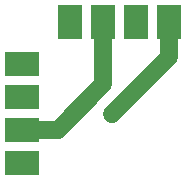
<source format=gbr>
G04 #@! TF.GenerationSoftware,KiCad,Pcbnew,(5.0.0)*
G04 #@! TF.CreationDate,2019-11-03T02:48:07+01:00*
G04 #@! TF.ProjectId,baum4,6261756D342E6B696361645F70636200,rev?*
G04 #@! TF.SameCoordinates,Original*
G04 #@! TF.FileFunction,Copper,L2,Bot,Signal*
G04 #@! TF.FilePolarity,Positive*
%FSLAX46Y46*%
G04 Gerber Fmt 4.6, Leading zero omitted, Abs format (unit mm)*
G04 Created by KiCad (PCBNEW (5.0.0)) date 11/03/19 02:48:07*
%MOMM*%
%LPD*%
G01*
G04 APERTURE LIST*
G04 #@! TA.AperFunction,ComponentPad*
%ADD10R,3.000000X2.000000*%
G04 #@! TD*
G04 #@! TA.AperFunction,ComponentPad*
%ADD11R,2.000000X3.000000*%
G04 #@! TD*
G04 #@! TA.AperFunction,ViaPad*
%ADD12C,1.200000*%
G04 #@! TD*
G04 #@! TA.AperFunction,Conductor*
%ADD13C,1.500000*%
G04 #@! TD*
G04 APERTURE END LIST*
D10*
G04 #@! TO.P,J1,1*
G04 #@! TO.N,Net-(J1-Pad1)*
X55245000Y-50050000D03*
G04 #@! TO.P,J1,2*
G04 #@! TO.N,Net-(J1-Pad2)*
X55245000Y-47250000D03*
G04 #@! TO.P,J1,3*
G04 #@! TO.N,Net-(J1-Pad3)*
X55245000Y-44450000D03*
G04 #@! TO.P,J1,4*
G04 #@! TO.N,Net-(J1-Pad4)*
X55245000Y-41650000D03*
G04 #@! TD*
D11*
G04 #@! TO.P,J2,4*
G04 #@! TO.N,Net-(J1-Pad4)*
X67700000Y-38100000D03*
G04 #@! TO.P,J2,3*
G04 #@! TO.N,Net-(J1-Pad3)*
X64900000Y-38100000D03*
G04 #@! TO.P,J2,2*
G04 #@! TO.N,Net-(J1-Pad2)*
X62100000Y-38100000D03*
G04 #@! TO.P,J2,1*
G04 #@! TO.N,Net-(J1-Pad1)*
X59300000Y-38100000D03*
G04 #@! TD*
D12*
G04 #@! TO.N,Net-(J1-Pad4)*
X62865000Y-45935000D03*
G04 #@! TD*
D13*
G04 #@! TO.N,Net-(J1-Pad2)*
X58245000Y-47250000D02*
X55245000Y-47250000D01*
X62100000Y-43395000D02*
X58245000Y-47250000D01*
X62100000Y-38100000D02*
X62100000Y-43395000D01*
G04 #@! TO.N,Net-(J1-Pad4)*
X67700000Y-41100000D02*
X62865000Y-45935000D01*
X67700000Y-38100000D02*
X67700000Y-41100000D01*
G04 #@! TD*
M02*

</source>
